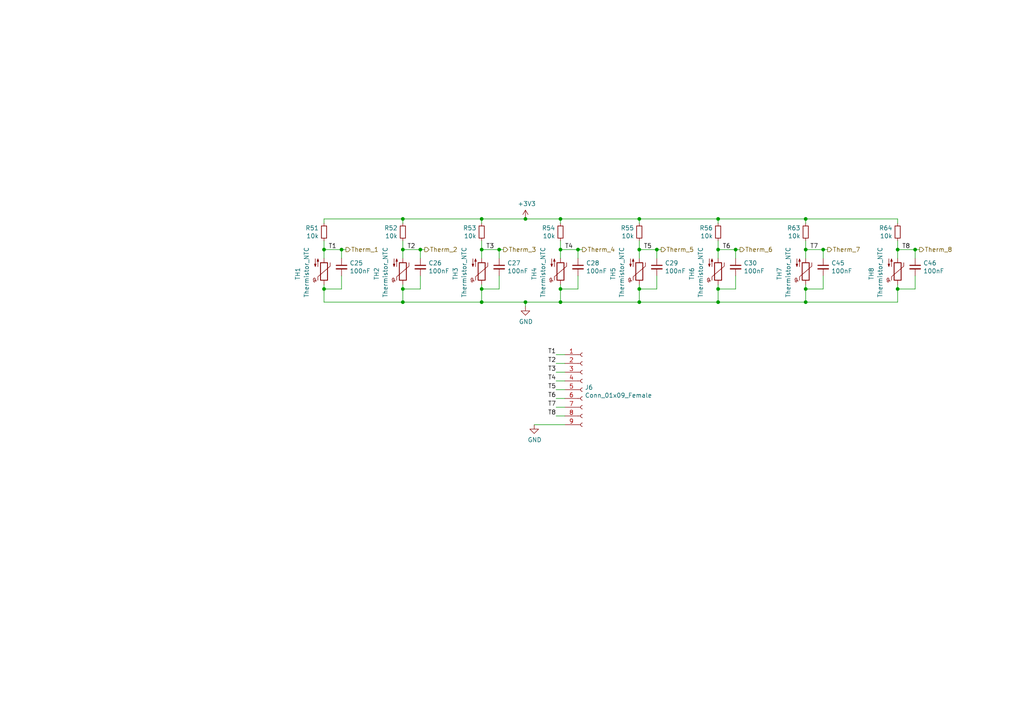
<source format=kicad_sch>
(kicad_sch (version 20231120) (generator "eeschema") (generator_version "8.0")
  (paper "A4")
  (title_block (title "Thermistors"))
  (lib_symbols
    (symbol "BMS_LV_2022-rescue:+3.3V-power" (power) (pin_names (offset 0))
      (property "Value" "power_+3.3V" (at 0 3.556 0))
      (symbol "+3.3V-power_0_1"
        (polyline (pts (xy -0.762 1.27) (xy 0 2.54)))
        (polyline (pts (xy 0 0) (xy 0 2.54)))
        (polyline (pts (xy 0 2.54) (xy 0.762 1.27)))
      )
      (symbol "+3.3V-power_1_1"
        (pin power_in line (at 0 0 90) (length 0) hide (name "+3V3") (number "1"))
      )
    )
    (symbol "BMS_LV_2022-rescue:Conn_01x09_Female-Connector" (pin_names (offset 1.016) hide)
      (property "Reference" "J" (at 0 12.7 0))
      (property "Value" "Connector_Conn_01x09_Female" (at 0 -12.7 0))
      (symbol "Conn_01x09_Female-Connector_1_1"
        (arc (start 0 -9.652) (mid -0.508 -10.16) (end 0 -10.668) (stroke (width 0.1524)))
        (arc (start 0 -7.112) (mid -0.508 -7.62) (end 0 -8.128) (stroke (width 0.1524)))
        (arc (start 0 -4.572) (mid -0.508 -5.08) (end 0 -5.588) (stroke (width 0.1524)))
        (arc (start 0 -2.032) (mid -0.508 -2.54) (end 0 -3.048) (stroke (width 0.1524)))
        (polyline (pts (xy -1.27 -10.16) (xy -0.508 -10.16)) (stroke (width 0.1524)))
        (polyline (pts (xy -1.27 -7.62) (xy -0.508 -7.62)) (stroke (width 0.1524)))
        (polyline (pts (xy -1.27 -5.08) (xy -0.508 -5.08)) (stroke (width 0.1524)))
        (polyline (pts (xy -1.27 -2.54) (xy -0.508 -2.54)) (stroke (width 0.1524)))
        (polyline (pts (xy -1.27 0) (xy -0.508 0)) (stroke (width 0.1524)))
        (polyline (pts (xy -1.27 2.54) (xy -0.508 2.54)) (stroke (width 0.1524)))
        (polyline (pts (xy -1.27 5.08) (xy -0.508 5.08)) (stroke (width 0.1524)))
        (polyline (pts (xy -1.27 7.62) (xy -0.508 7.62)) (stroke (width 0.1524)))
        (polyline (pts (xy -1.27 10.16) (xy -0.508 10.16)) (stroke (width 0.1524)))
        (arc (start 0 0.508) (mid -0.508 0) (end 0 -0.508) (stroke (width 0.1524)))
        (arc (start 0 3.048) (mid -0.508 2.54) (end 0 2.032) (stroke (width 0.1524)))
        (arc (start 0 5.588) (mid -0.508 5.08) (end 0 4.572) (stroke (width 0.1524)))
        (arc (start 0 8.128) (mid -0.508 7.62) (end 0 7.112) (stroke (width 0.1524)))
        (arc (start 0 10.668) (mid -0.508 10.16) (end 0 9.652) (stroke (width 0.1524)))
        (pin passive line (at -5.08 10.16 0) (length 3.81) (name "Pin_1") (number "1"))
        (pin passive line (at -5.08 7.62 0) (length 3.81) (name "Pin_2") (number "2"))
        (pin passive line (at -5.08 5.08 0) (length 3.81) (name "Pin_3") (number "3"))
        (pin passive line (at -5.08 2.54 0) (length 3.81) (name "Pin_4") (number "4"))
        (pin passive line (at -5.08 0 0) (length 3.81) (name "Pin_5") (number "5"))
        (pin passive line (at -5.08 -2.54 0) (length 3.81) (name "Pin_6") (number "6"))
        (pin passive line (at -5.08 -5.08 0) (length 3.81) (name "Pin_7") (number "7"))
        (pin passive line (at -5.08 -7.62 0) (length 3.81) (name "Pin_8") (number "8"))
        (pin passive line (at -5.08 -10.16 0) (length 3.81) (name "Pin_9") (number "9"))
      )
    )
    (symbol "BMS_LV_2022-rescue:GND-power" (power) (pin_names (offset 0))
      (property "Value" "power_GND" (at 0 -3.81 0))
      (symbol "GND-power_0_1"
        (polyline (pts (xy 0 0) (xy 0 -1.27) (xy 1.27 -1.27) (xy 0 -2.54) (xy -1.27 -1.27) (xy 0 -1.27)))
      )
      (symbol "GND-power_1_1"
        (pin power_in line (at 0 0 270) (length 0) hide (name "GND") (number "1"))
      )
    )
    (symbol "Device:C_Small" (pin_numbers hide) (pin_names (offset 0.254) hide)
      (property "Reference" "C" (at 0.254 1.778 0))
      (property "Value" "C_Small" (at 0.254 -2.032 0))
      (symbol "C_Small_0_1"
        (polyline (pts (xy -1.524 -0.508) (xy 1.524 -0.508)) (stroke (width 0.3302)))
        (polyline (pts (xy -1.524 0.508) (xy 1.524 0.508)) (stroke (width 0.3048)))
      )
      (symbol "C_Small_1_1"
        (pin passive line (at 0 2.54 270) (length 2.032) (name "~") (number "1"))
        (pin passive line (at 0 -2.54 90) (length 2.032) (name "~") (number "2"))
      )
    )
    (symbol "Device:R_Small" (pin_numbers hide) (pin_names (offset 0.254) hide)
      (property "Reference" "R" (at 0.762 0.508 0))
      (property "Value" "R_Small" (at 0.762 -1.016 0))
      (symbol "R_Small_0_1"
        (rectangle (start -0.762 1.778) (end 0.762 -1.778) (stroke (width 0.2032)))
      )
      (symbol "R_Small_1_1"
        (pin passive line (at 0 2.54 270) (length 0.762) (name "~") (number "1"))
        (pin passive line (at 0 -2.54 90) (length 0.762) (name "~") (number "2"))
      )
    )
    (symbol "Device:Thermistor_NTC" (pin_numbers hide) (pin_names (offset 0))
      (property "Reference" "TH" (at -4.445 0 90))
      (property "Value" "Thermistor_NTC" (at 3.175 0 90))
      (symbol "Thermistor_NTC_0_1"
        (arc (start -3.048 2.159) (mid -3.0495 2.3143) (end -3.175 2.413))
        (arc (start -3.048 2.159) (mid -2.9736 1.9794) (end -2.794 1.905))
        (arc (start -3.048 2.794) (mid -2.9736 2.6144) (end -2.794 2.54))
        (arc (start -2.794 1.905) (mid -2.6144 1.9794) (end -2.54 2.159))
        (arc (start -2.794 2.54) (mid -2.4393 2.5587) (end -2.159 2.794))
        (arc (start -2.794 3.048) (mid -2.9736 2.9736) (end -3.048 2.794))
        (arc (start -2.54 2.794) (mid -2.6144 2.9736) (end -2.794 3.048))
        (rectangle (start -1.016 2.54) (end 1.016 -2.54) (stroke (width 0.254)))
        (polyline (pts (xy -2.54 2.159) (xy -2.54 2.794)))
        (polyline (pts (xy -1.778 2.54) (xy -1.778 1.524) (xy 1.778 -1.524) (xy 1.778 -2.54)))
        (polyline (pts (xy -2.54 -3.683) (xy -2.54 -1.397) (xy -2.794 -2.159) (xy -2.286 -2.159) (xy -2.54 -1.397) (xy -2.54 -1.651)) (fill (type outline)))
        (polyline (pts (xy -1.778 -1.397) (xy -1.778 -3.683) (xy -2.032 -2.921) (xy -1.524 -2.921) (xy -1.778 -3.683) (xy -1.778 -3.429)) (fill (type outline)))
      )
      (symbol "Thermistor_NTC_1_1"
        (pin passive line (at 0 3.81 270) (length 1.27) (name "~") (number "1"))
        (pin passive line (at 0 -3.81 90) (length 1.27) (name "~") (number "2"))
      )
    )
  )
  (junction (at 162.56 63.5))
  (junction (at 208.28 72.39))
  (junction (at 139.7 87.63))
  (junction (at 260.35 72.39))
  (junction (at 152.4 63.5))
  (junction (at 213.36 72.39))
  (junction (at 167.64 72.39))
  (junction (at 233.68 87.63))
  (junction (at 185.42 63.5))
  (junction (at 208.28 63.5))
  (junction (at 185.42 87.63))
  (junction (at 190.5 72.39))
  (junction (at 93.98 72.39))
  (junction (at 162.56 72.39))
  (junction (at 116.84 83.82))
  (junction (at 260.35 83.82))
  (junction (at 233.68 72.39))
  (junction (at 233.68 83.82))
  (junction (at 265.43 72.39))
  (junction (at 208.28 87.63))
  (junction (at 144.78 72.39))
  (junction (at 116.84 72.39))
  (junction (at 238.76 72.39))
  (junction (at 116.84 63.5))
  (junction (at 162.56 87.63))
  (junction (at 139.7 83.82))
  (junction (at 185.42 72.39))
  (junction (at 152.4 87.63))
  (junction (at 121.92 72.39))
  (junction (at 208.28 83.82))
  (junction (at 139.7 63.5))
  (junction (at 99.06 72.39))
  (junction (at 185.42 83.82))
  (junction (at 93.98 83.82))
  (junction (at 162.56 83.82))
  (junction (at 139.7 72.39))
  (junction (at 116.84 87.63))
  (junction (at 233.68 63.5))
  (wire (pts (xy 121.92 72.39) (xy 116.84 72.39)))
  (wire (pts (xy 139.7 69.85) (xy 139.7 72.39)))
  (wire (pts (xy 163.83 105.41) (xy 161.29 105.41)))
  (wire (pts (xy 233.68 63.5) (xy 233.68 64.77)))
  (wire (pts (xy 208.28 87.63) (xy 233.68 87.63)))
  (wire (pts (xy 99.06 74.93) (xy 99.06 72.39)))
  (wire (pts (xy 93.98 83.82) (xy 93.98 87.63)))
  (wire (pts (xy 185.42 83.82) (xy 185.42 87.63)))
  (wire (pts (xy 162.56 82.55) (xy 162.56 83.82)))
  (wire (pts (xy 185.42 63.5) (xy 185.42 64.77)))
  (wire (pts (xy 100.33 72.39) (xy 99.06 72.39)))
  (wire (pts (xy 161.29 118.11) (xy 163.83 118.11)))
  (wire (pts (xy 116.84 63.5) (xy 116.84 64.77)))
  (wire (pts (xy 208.28 63.5) (xy 208.28 64.77)))
  (wire (pts (xy 190.5 72.39) (xy 191.77 72.39)))
  (wire (pts (xy 162.56 63.5) (xy 185.42 63.5)))
  (wire (pts (xy 154.94 123.19) (xy 163.83 123.19)))
  (wire (pts (xy 208.28 72.39) (xy 208.28 74.93)))
  (wire (pts (xy 121.92 72.39) (xy 123.19 72.39)))
  (wire (pts (xy 163.83 102.87) (xy 161.29 102.87)))
  (wire (pts (xy 265.43 83.82) (xy 265.43 80.01)))
  (wire (pts (xy 144.78 83.82) (xy 144.78 80.01)))
  (wire (pts (xy 99.06 83.82) (xy 99.06 80.01)))
  (wire (pts (xy 162.56 63.5) (xy 162.56 64.77)))
  (wire (pts (xy 116.84 82.55) (xy 116.84 83.82)))
  (wire (pts (xy 260.35 69.85) (xy 260.35 72.39)))
  (wire (pts (xy 190.5 72.39) (xy 185.42 72.39)))
  (wire (pts (xy 185.42 87.63) (xy 208.28 87.63)))
  (wire (pts (xy 265.43 72.39) (xy 260.35 72.39)))
  (wire (pts (xy 162.56 72.39) (xy 162.56 74.93)))
  (wire (pts (xy 208.28 69.85) (xy 208.28 72.39)))
  (wire (pts (xy 185.42 82.55) (xy 185.42 83.82)))
  (wire (pts (xy 121.92 74.93) (xy 121.92 72.39)))
  (wire (pts (xy 99.06 72.39) (xy 93.98 72.39)))
  (wire (pts (xy 116.84 72.39) (xy 116.84 74.93)))
  (wire (pts (xy 161.29 120.65) (xy 163.83 120.65)))
  (wire (pts (xy 266.7 72.39) (xy 265.43 72.39)))
  (wire (pts (xy 121.92 83.82) (xy 121.92 80.01)))
  (wire (pts (xy 233.68 69.85) (xy 233.68 72.39)))
  (wire (pts (xy 167.64 83.82) (xy 167.64 80.01)))
  (wire (pts (xy 190.5 83.82) (xy 190.5 80.01)))
  (wire (pts (xy 185.42 69.85) (xy 185.42 72.39)))
  (wire (pts (xy 190.5 83.82) (xy 185.42 83.82)))
  (wire (pts (xy 152.4 87.63) (xy 152.4 88.9)))
  (wire (pts (xy 233.68 63.5) (xy 208.28 63.5)))
  (wire (pts (xy 116.84 87.63) (xy 139.7 87.63)))
  (wire (pts (xy 93.98 72.39) (xy 93.98 74.93)))
  (wire (pts (xy 190.5 74.93) (xy 190.5 72.39)))
  (wire (pts (xy 93.98 63.5) (xy 116.84 63.5)))
  (wire (pts (xy 144.78 72.39) (xy 146.05 72.39)))
  (wire (pts (xy 162.56 87.63) (xy 185.42 87.63)))
  (wire (pts (xy 152.4 63.5) (xy 139.7 63.5)))
  (wire (pts (xy 213.36 74.93) (xy 213.36 72.39)))
  (wire (pts (xy 163.83 107.95) (xy 161.29 107.95)))
  (wire (pts (xy 185.42 72.39) (xy 185.42 74.93)))
  (wire (pts (xy 238.76 83.82) (xy 233.68 83.82)))
  (wire (pts (xy 152.4 63.5) (xy 162.56 63.5)))
  (wire (pts (xy 260.35 63.5) (xy 233.68 63.5)))
  (wire (pts (xy 163.83 115.57) (xy 161.29 115.57)))
  (wire (pts (xy 260.35 72.39) (xy 260.35 74.93)))
  (wire (pts (xy 240.03 72.39) (xy 238.76 72.39)))
  (wire (pts (xy 152.4 87.63) (xy 162.56 87.63)))
  (wire (pts (xy 116.84 63.5) (xy 139.7 63.5)))
  (wire (pts (xy 116.84 83.82) (xy 116.84 87.63)))
  (wire (pts (xy 93.98 69.85) (xy 93.98 72.39)))
  (wire (pts (xy 162.56 83.82) (xy 162.56 87.63)))
  (wire (pts (xy 139.7 82.55) (xy 139.7 83.82)))
  (wire (pts (xy 163.83 110.49) (xy 161.29 110.49)))
  (wire (pts (xy 144.78 72.39) (xy 139.7 72.39)))
  (wire (pts (xy 208.28 83.82) (xy 208.28 87.63)))
  (wire (pts (xy 139.7 83.82) (xy 139.7 87.63)))
  (wire (pts (xy 93.98 82.55) (xy 93.98 83.82)))
  (wire (pts (xy 260.35 82.55) (xy 260.35 83.82)))
  (wire (pts (xy 167.64 74.93) (xy 167.64 72.39)))
  (wire (pts (xy 214.63 72.39) (xy 213.36 72.39)))
  (wire (pts (xy 238.76 83.82) (xy 238.76 80.01)))
  (wire (pts (xy 163.83 113.03) (xy 161.29 113.03)))
  (wire (pts (xy 208.28 82.55) (xy 208.28 83.82)))
  (wire (pts (xy 238.76 72.39) (xy 233.68 72.39)))
  (wire (pts (xy 139.7 72.39) (xy 139.7 74.93)))
  (wire (pts (xy 233.68 83.82) (xy 233.68 87.63)))
  (wire (pts (xy 213.36 83.82) (xy 208.28 83.82)))
  (wire (pts (xy 265.43 83.82) (xy 260.35 83.82)))
  (wire (pts (xy 162.56 69.85) (xy 162.56 72.39)))
  (wire (pts (xy 116.84 69.85) (xy 116.84 72.39)))
  (wire (pts (xy 265.43 74.93) (xy 265.43 72.39)))
  (wire (pts (xy 213.36 83.82) (xy 213.36 80.01)))
  (wire (pts (xy 260.35 83.82) (xy 260.35 87.63)))
  (wire (pts (xy 167.64 72.39) (xy 162.56 72.39)))
  (wire (pts (xy 233.68 87.63) (xy 260.35 87.63)))
  (wire (pts (xy 238.76 74.93) (xy 238.76 72.39)))
  (wire (pts (xy 167.64 83.82) (xy 162.56 83.82)))
  (wire (pts (xy 260.35 63.5) (xy 260.35 64.77)))
  (wire (pts (xy 213.36 72.39) (xy 208.28 72.39)))
  (wire (pts (xy 93.98 63.5) (xy 93.98 64.77)))
  (wire (pts (xy 233.68 82.55) (xy 233.68 83.82)))
  (wire (pts (xy 93.98 87.63) (xy 116.84 87.63)))
  (wire (pts (xy 144.78 74.93) (xy 144.78 72.39)))
  (wire (pts (xy 139.7 63.5) (xy 139.7 64.77)))
  (wire (pts (xy 144.78 83.82) (xy 139.7 83.82)))
  (wire (pts (xy 233.68 72.39) (xy 233.68 74.93)))
  (wire (pts (xy 121.92 83.82) (xy 116.84 83.82)))
  (wire (pts (xy 167.64 72.39) (xy 168.91 72.39)))
  (wire (pts (xy 99.06 83.82) (xy 93.98 83.82)))
  (wire (pts (xy 185.42 63.5) (xy 208.28 63.5)))
  (wire (pts (xy 139.7 87.63) (xy 152.4 87.63)))
  (label "T5" (at 186.69 72.39 0))
  (label "T2" (at 161.29 105.41 180))
  (label "T3" (at 161.29 107.95 180))
  (label "T8" (at 161.29 120.65 180))
  (label "T4" (at 163.83 72.39 0))
  (label "T6" (at 209.55 72.39 0))
  (label "T5" (at 161.29 113.03 180))
  (label "T7" (at 161.29 118.11 180))
  (label "T2" (at 118.11 72.39 0))
  (label "T8" (at 261.62 72.39 0))
  (label "T6" (at 161.29 115.57 180))
  (label "T4" (at 161.29 110.49 180))
  (label "T1" (at 161.29 102.87 180))
  (label "T7" (at 234.95 72.39 0))
  (label "T3" (at 140.97 72.39 0))
  (label "T1" (at 95.25 72.39 0))
  (hierarchical_label "Therm_6" (shape output) (at 214.63 72.39 0))
  (hierarchical_label "Therm_8" (shape output) (at 266.7 72.39 0))
  (hierarchical_label "Therm_7" (shape output) (at 240.03 72.39 0))
  (hierarchical_label "Therm_3" (shape output) (at 146.05 72.39 0))
  (hierarchical_label "Therm_4" (shape output) (at 168.91 72.39 0))
  (hierarchical_label "Therm_2" (shape output) (at 123.19 72.39 0))
  (hierarchical_label "Therm_5" (shape output) (at 191.77 72.39 0))
  (hierarchical_label "Therm_1" (shape output) (at 100.33 72.39 0))
  (symbol (lib_id "BMS_LV_2022-rescue:GND-power") (at 152.4 88.9 0) (unit 1)
    (property "Reference" "#PWR039" (effects (hide yes)))
    (property "Value" "GND" (at 152.527 93.2942 0))
  )
  (symbol (lib_id "BMS_LV_2022-rescue:+3.3V-power") (at 152.4 63.5 0) (unit 1)
    (property "Reference" "#PWR038" (effects (hide yes)))
    (property "Value" "+3V3" (at 152.781 59.1058 0))
  )
  (symbol (lib_id "Device:Thermistor_NTC") (at 93.98 78.74 0) (mirror x) (unit 1)
    (property "Reference" "TH1" (at 86.36 81.28 90) (effects (justify right)))
    (property "Value" "Thermistor_NTC" (at 88.9 86.36 90) (effects (justify right)))
  )
  (symbol (lib_id "Device:Thermistor_NTC") (at 116.84 78.74 0) (mirror x) (unit 1)
    (property "Reference" "TH2" (at 109.22 81.28 90) (effects (justify right)))
    (property "Value" "Thermistor_NTC" (at 111.76 86.36 90) (effects (justify right)))
  )
  (symbol (lib_id "Device:Thermistor_NTC") (at 139.7 78.74 0) (mirror x) (unit 1)
    (property "Reference" "TH3" (at 132.08 81.28 90) (effects (justify right)))
    (property "Value" "Thermistor_NTC" (at 134.62 86.36 90) (effects (justify right)))
  )
  (symbol (lib_id "Device:Thermistor_NTC") (at 162.56 78.74 0) (mirror x) (unit 1)
    (property "Reference" "TH4" (at 154.94 81.28 90) (effects (justify right)))
    (property "Value" "Thermistor_NTC" (at 157.48 86.36 90) (effects (justify right)))
  )
  (symbol (lib_id "Device:Thermistor_NTC") (at 185.42 78.74 0) (mirror x) (unit 1)
    (property "Reference" "TH5" (at 177.8 81.28 90) (effects (justify right)))
    (property "Value" "Thermistor_NTC" (at 180.34 86.36 90) (effects (justify right)))
  )
  (symbol (lib_id "Device:Thermistor_NTC") (at 208.28 78.74 0) (mirror x) (unit 1)
    (property "Reference" "TH6" (at 200.66 81.28 90) (effects (justify right)))
    (property "Value" "Thermistor_NTC" (at 203.2 86.36 90) (effects (justify right)))
  )
  (symbol (lib_id "BMS_LV_2022-rescue:GND-power") (at 154.94 123.19 0) (unit 1)
    (property "Reference" "#PWR0102" (effects (hide yes)))
    (property "Value" "GND" (at 155.067 127.5842 0))
  )
  (symbol (lib_id "BMS_LV_2022-rescue:Conn_01x09_Female-Connector") (at 168.91 113.03 0) (unit 1)
    (property "Reference" "J6" (at 169.6212 112.3696 0) (effects (justify left)))
    (property "Value" "Conn_01x09_Female" (at 169.6212 114.681 0) (effects (justify left)))
    (property "Footprint" "Connector_JST:JST_XH_B9B-XH-A_1x09_P2.50mm_Vertical" (effects (hide yes)))
  )
  (symbol (lib_id "Device:R_Small") (at 233.68 67.31 0) (unit 1)
    (property "Reference" "R63" (at 232.1814 66.1416 0) (effects (justify right)))
    (property "Value" "10k" (at 232.1814 68.453 0) (effects (justify right)))
    (property "Footprint" "Resistor_SMD:R_0603_1608Metric" (effects (hide yes)))
  )
  (symbol (lib_id "Device:C_Small") (at 238.76 77.47 0) (unit 1)
    (property "Reference" "C45" (at 241.0968 76.3016 0) (effects (justify left)))
    (property "Value" "100nF" (at 241.0968 78.613 0) (effects (justify left)))
    (property "Footprint" "Capacitor_SMD:C_0603_1608Metric" (effects (hide yes)))
  )
  (symbol (lib_id "Device:Thermistor_NTC") (at 233.68 78.74 0) (mirror x) (unit 1)
    (property "Reference" "TH7" (at 226.06 81.28 90) (effects (justify right)))
    (property "Value" "Thermistor_NTC" (at 228.6 86.36 90) (effects (justify right)))
  )
  (symbol (lib_id "Device:R_Small") (at 260.35 67.31 0) (unit 1)
    (property "Reference" "R64" (at 258.8514 66.1416 0) (effects (justify right)))
    (property "Value" "10k" (at 258.8514 68.453 0) (effects (justify right)))
    (property "Footprint" "Resistor_SMD:R_0603_1608Metric" (effects (hide yes)))
  )
  (symbol (lib_id "Device:C_Small") (at 265.43 77.47 0) (unit 1)
    (property "Reference" "C46" (at 267.7668 76.3016 0) (effects (justify left)))
    (property "Value" "100nF" (at 267.7668 78.613 0) (effects (justify left)))
    (property "Footprint" "Capacitor_SMD:C_0603_1608Metric" (effects (hide yes)))
  )
  (symbol (lib_id "Device:Thermistor_NTC") (at 260.35 78.74 0) (mirror x) (unit 1)
    (property "Reference" "TH8" (at 252.73 81.28 90) (effects (justify right)))
    (property "Value" "Thermistor_NTC" (at 255.27 86.36 90) (effects (justify right)))
  )
  (symbol (lib_id "Device:R_Small") (at 93.98 67.31 0) (unit 1)
    (property "Reference" "R51" (at 92.4814 66.1416 0) (effects (justify right)))
    (property "Value" "10k" (at 92.4814 68.453 0) (effects (justify right)))
    (property "Footprint" "Resistor_SMD:R_0603_1608Metric" (effects (hide yes)))
  )
  (symbol (lib_id "Device:R_Small") (at 116.84 67.31 0) (unit 1)
    (property "Reference" "R52" (at 115.3414 66.1416 0) (effects (justify right)))
    (property "Value" "10k" (at 115.3414 68.453 0) (effects (justify right)))
    (property "Footprint" "Resistor_SMD:R_0603_1608Metric" (effects (hide yes)))
  )
  (symbol (lib_id "Device:R_Small") (at 139.7 67.31 0) (unit 1)
    (property "Reference" "R53" (at 138.2014 66.1416 0) (effects (justify right)))
    (property "Value" "10k" (at 138.2014 68.453 0) (effects (justify right)))
    (property "Footprint" "Resistor_SMD:R_0603_1608Metric" (effects (hide yes)))
  )
  (symbol (lib_id "Device:R_Small") (at 162.56 67.31 0) (unit 1)
    (property "Reference" "R54" (at 161.0614 66.1416 0) (effects (justify right)))
    (property "Value" "10k" (at 161.0614 68.453 0) (effects (justify right)))
    (property "Footprint" "Resistor_SMD:R_0603_1608Metric" (effects (hide yes)))
  )
  (symbol (lib_id "Device:R_Small") (at 185.42 67.31 0) (unit 1)
    (property "Reference" "R55" (at 183.9214 66.1416 0) (effects (justify right)))
    (property "Value" "10k" (at 183.9214 68.453 0) (effects (justify right)))
    (property "Footprint" "Resistor_SMD:R_0603_1608Metric" (effects (hide yes)))
  )
  (symbol (lib_id "Device:R_Small") (at 208.28 67.31 0) (unit 1)
    (property "Reference" "R56" (at 206.7814 66.1416 0) (effects (justify right)))
    (property "Value" "10k" (at 206.7814 68.453 0) (effects (justify right)))
    (property "Footprint" "Resistor_SMD:R_0603_1608Metric" (effects (hide yes)))
  )
  (symbol (lib_id "Device:C_Small") (at 99.06 77.47 0) (unit 1)
    (property "Reference" "C25" (at 101.3968 76.3016 0) (effects (justify left)))
    (property "Value" "100nF" (at 101.3968 78.613 0) (effects (justify left)))
    (property "Footprint" "Capacitor_SMD:C_0603_1608Metric" (effects (hide yes)))
  )
  (symbol (lib_id "Device:C_Small") (at 121.92 77.47 0) (unit 1)
    (property "Reference" "C26" (at 124.2568 76.3016 0) (effects (justify left)))
    (property "Value" "100nF" (at 124.2568 78.613 0) (effects (justify left)))
    (property "Footprint" "Capacitor_SMD:C_0603_1608Metric" (effects (hide yes)))
  )
  (symbol (lib_id "Device:C_Small") (at 144.78 77.47 0) (unit 1)
    (property "Reference" "C27" (at 147.1168 76.3016 0) (effects (justify left)))
    (property "Value" "100nF" (at 147.1168 78.613 0) (effects (justify left)))
    (property "Footprint" "Capacitor_SMD:C_0603_1608Metric" (effects (hide yes)))
  )
  (symbol (lib_id "Device:C_Small") (at 167.64 77.47 0) (unit 1)
    (property "Reference" "C28" (at 169.9768 76.3016 0) (effects (justify left)))
    (property "Value" "100nF" (at 169.9768 78.613 0) (effects (justify left)))
    (property "Footprint" "Capacitor_SMD:C_0603_1608Metric" (effects (hide yes)))
  )
  (symbol (lib_id "Device:C_Small") (at 190.5 77.47 0) (unit 1)
    (property "Reference" "C29" (at 192.8368 76.3016 0) (effects (justify left)))
    (property "Value" "100nF" (at 192.8368 78.613 0) (effects (justify left)))
    (property "Footprint" "Capacitor_SMD:C_0603_1608Metric" (effects (hide yes)))
  )
  (symbol (lib_id "Device:C_Small") (at 213.36 77.47 0) (unit 1)
    (property "Reference" "C30" (at 215.6968 76.3016 0) (effects (justify left)))
    (property "Value" "100nF" (at 215.6968 78.613 0) (effects (justify left)))
    (property "Footprint" "Capacitor_SMD:C_0603_1608Metric" (effects (hide yes)))
  )
)
</source>
